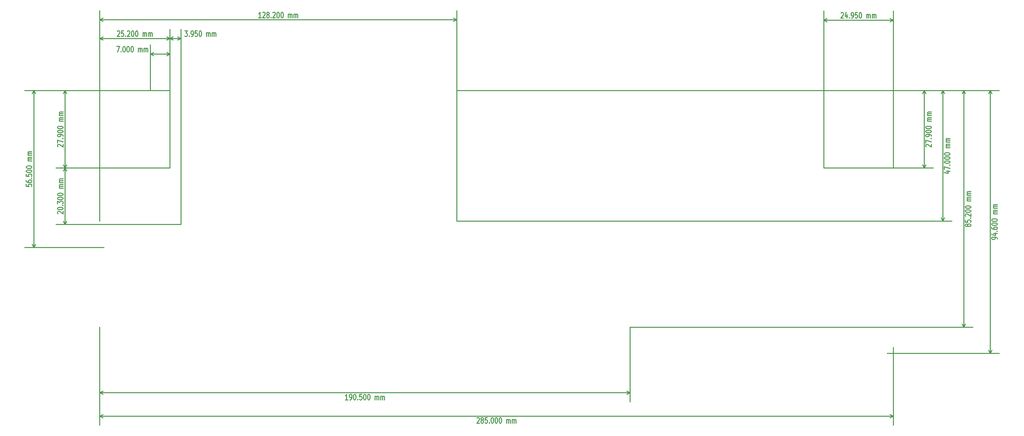
<source format=gbr>
G04 #@! TF.GenerationSoftware,KiCad,Pcbnew,(5.0.2)-1*
G04 #@! TF.CreationDate,2019-02-06T17:14:16+08:00*
G04 #@! TF.ProjectId,keyboard,6b657962-6f61-4726-942e-6b696361645f,B*
G04 #@! TF.SameCoordinates,Original*
G04 #@! TF.FileFunction,Other,Comment*
%FSLAX45Y45*%
G04 Gerber Fmt 4.5, Leading zero omitted, Abs format (unit mm)*
G04 Created by KiCad (PCBNEW (5.0.2)-1) date 2019/2/6 17:14:16*
%MOMM*%
%LPD*%
G01*
G04 APERTURE LIST*
%ADD10C,0.304800*%
G04 APERTURE END LIST*
D10*
X4725516Y-10898371D02*
X4715840Y-10891114D01*
X4706164Y-10876600D01*
X4706164Y-10840314D01*
X4715840Y-10825800D01*
X4725516Y-10818543D01*
X4744869Y-10811286D01*
X4764221Y-10811286D01*
X4793250Y-10818543D01*
X4909364Y-10905629D01*
X4909364Y-10811286D01*
X4706164Y-10716943D02*
X4706164Y-10702429D01*
X4715840Y-10687914D01*
X4725516Y-10680657D01*
X4744869Y-10673400D01*
X4783573Y-10666143D01*
X4831954Y-10666143D01*
X4870659Y-10673400D01*
X4890011Y-10680657D01*
X4899688Y-10687914D01*
X4909364Y-10702429D01*
X4909364Y-10716943D01*
X4899688Y-10731457D01*
X4890011Y-10738714D01*
X4870659Y-10745971D01*
X4831954Y-10753229D01*
X4783573Y-10753229D01*
X4744869Y-10745971D01*
X4725516Y-10738714D01*
X4715840Y-10731457D01*
X4706164Y-10716943D01*
X4890011Y-10600829D02*
X4899688Y-10593571D01*
X4909364Y-10600829D01*
X4899688Y-10608086D01*
X4890011Y-10600829D01*
X4909364Y-10600829D01*
X4706164Y-10542771D02*
X4706164Y-10448429D01*
X4783573Y-10499229D01*
X4783573Y-10477457D01*
X4793250Y-10462943D01*
X4802926Y-10455686D01*
X4822278Y-10448429D01*
X4870659Y-10448429D01*
X4890011Y-10455686D01*
X4899688Y-10462943D01*
X4909364Y-10477457D01*
X4909364Y-10521000D01*
X4899688Y-10535514D01*
X4890011Y-10542771D01*
X4706164Y-10354086D02*
X4706164Y-10339571D01*
X4715840Y-10325057D01*
X4725516Y-10317800D01*
X4744869Y-10310543D01*
X4783573Y-10303286D01*
X4831954Y-10303286D01*
X4870659Y-10310543D01*
X4890011Y-10317800D01*
X4899688Y-10325057D01*
X4909364Y-10339571D01*
X4909364Y-10354086D01*
X4899688Y-10368600D01*
X4890011Y-10375857D01*
X4870659Y-10383114D01*
X4831954Y-10390371D01*
X4783573Y-10390371D01*
X4744869Y-10383114D01*
X4725516Y-10375857D01*
X4715840Y-10368600D01*
X4706164Y-10354086D01*
X4706164Y-10208943D02*
X4706164Y-10194429D01*
X4715840Y-10179914D01*
X4725516Y-10172657D01*
X4744869Y-10165400D01*
X4783573Y-10158143D01*
X4831954Y-10158143D01*
X4870659Y-10165400D01*
X4890011Y-10172657D01*
X4899688Y-10179914D01*
X4909364Y-10194429D01*
X4909364Y-10208943D01*
X4899688Y-10223457D01*
X4890011Y-10230714D01*
X4870659Y-10237971D01*
X4831954Y-10245229D01*
X4783573Y-10245229D01*
X4744869Y-10237971D01*
X4725516Y-10230714D01*
X4715840Y-10223457D01*
X4706164Y-10208943D01*
X4909364Y-9976714D02*
X4773897Y-9976714D01*
X4793250Y-9976714D02*
X4783573Y-9969457D01*
X4773897Y-9954943D01*
X4773897Y-9933171D01*
X4783573Y-9918657D01*
X4802926Y-9911400D01*
X4909364Y-9911400D01*
X4802926Y-9911400D02*
X4783573Y-9904143D01*
X4773897Y-9889629D01*
X4773897Y-9867857D01*
X4783573Y-9853343D01*
X4802926Y-9846086D01*
X4909364Y-9846086D01*
X4909364Y-9773514D02*
X4773897Y-9773514D01*
X4793250Y-9773514D02*
X4783573Y-9766257D01*
X4773897Y-9751743D01*
X4773897Y-9729971D01*
X4783573Y-9715457D01*
X4802926Y-9708200D01*
X4909364Y-9708200D01*
X4802926Y-9708200D02*
X4783573Y-9700943D01*
X4773897Y-9686429D01*
X4773897Y-9664657D01*
X4783573Y-9650143D01*
X4802926Y-9642886D01*
X4909364Y-9642886D01*
X4980000Y-11282000D02*
X4980000Y-9252000D01*
X8749000Y-11282000D02*
X4654880Y-11282000D01*
X8749000Y-9252000D02*
X4654880Y-9252000D01*
X4980000Y-9252000D02*
X5038642Y-9364650D01*
X4980000Y-9252000D02*
X4921358Y-9364650D01*
X4980000Y-11282000D02*
X5038642Y-11169350D01*
X4980000Y-11282000D02*
X4921358Y-11169350D01*
X8749000Y-11282000D02*
X9144000Y-11282000D01*
X9144000Y-9252000D02*
X9144000Y-11282000D01*
X9280443Y-4316164D02*
X9374786Y-4316164D01*
X9323986Y-4393573D01*
X9345757Y-4393573D01*
X9360271Y-4403250D01*
X9367529Y-4412926D01*
X9374786Y-4432278D01*
X9374786Y-4480659D01*
X9367529Y-4500011D01*
X9360271Y-4509688D01*
X9345757Y-4519364D01*
X9302214Y-4519364D01*
X9287700Y-4509688D01*
X9280443Y-4500011D01*
X9440100Y-4500011D02*
X9447357Y-4509688D01*
X9440100Y-4519364D01*
X9432843Y-4509688D01*
X9440100Y-4500011D01*
X9440100Y-4519364D01*
X9519929Y-4519364D02*
X9548957Y-4519364D01*
X9563471Y-4509688D01*
X9570729Y-4500011D01*
X9585243Y-4470983D01*
X9592500Y-4432278D01*
X9592500Y-4354869D01*
X9585243Y-4335516D01*
X9577986Y-4325840D01*
X9563471Y-4316164D01*
X9534443Y-4316164D01*
X9519929Y-4325840D01*
X9512671Y-4335516D01*
X9505414Y-4354869D01*
X9505414Y-4403250D01*
X9512671Y-4422602D01*
X9519929Y-4432278D01*
X9534443Y-4441954D01*
X9563471Y-4441954D01*
X9577986Y-4432278D01*
X9585243Y-4422602D01*
X9592500Y-4403250D01*
X9730386Y-4316164D02*
X9657814Y-4316164D01*
X9650557Y-4412926D01*
X9657814Y-4403250D01*
X9672329Y-4393573D01*
X9708614Y-4393573D01*
X9723129Y-4403250D01*
X9730386Y-4412926D01*
X9737643Y-4432278D01*
X9737643Y-4480659D01*
X9730386Y-4500011D01*
X9723129Y-4509688D01*
X9708614Y-4519364D01*
X9672329Y-4519364D01*
X9657814Y-4509688D01*
X9650557Y-4500011D01*
X9831986Y-4316164D02*
X9846500Y-4316164D01*
X9861014Y-4325840D01*
X9868271Y-4335516D01*
X9875529Y-4354869D01*
X9882786Y-4393573D01*
X9882786Y-4441954D01*
X9875529Y-4480659D01*
X9868271Y-4500011D01*
X9861014Y-4509688D01*
X9846500Y-4519364D01*
X9831986Y-4519364D01*
X9817471Y-4509688D01*
X9810214Y-4500011D01*
X9802957Y-4480659D01*
X9795700Y-4441954D01*
X9795700Y-4393573D01*
X9802957Y-4354869D01*
X9810214Y-4335516D01*
X9817471Y-4325840D01*
X9831986Y-4316164D01*
X10064214Y-4519364D02*
X10064214Y-4383897D01*
X10064214Y-4403250D02*
X10071471Y-4393573D01*
X10085986Y-4383897D01*
X10107757Y-4383897D01*
X10122271Y-4393573D01*
X10129529Y-4412926D01*
X10129529Y-4519364D01*
X10129529Y-4412926D02*
X10136786Y-4393573D01*
X10151300Y-4383897D01*
X10173071Y-4383897D01*
X10187586Y-4393573D01*
X10194843Y-4412926D01*
X10194843Y-4519364D01*
X10267414Y-4519364D02*
X10267414Y-4383897D01*
X10267414Y-4403250D02*
X10274671Y-4393573D01*
X10289186Y-4383897D01*
X10310957Y-4383897D01*
X10325471Y-4393573D01*
X10332729Y-4412926D01*
X10332729Y-4519364D01*
X10332729Y-4412926D02*
X10339986Y-4393573D01*
X10354500Y-4383897D01*
X10376271Y-4383897D01*
X10390786Y-4393573D01*
X10398043Y-4412926D01*
X10398043Y-4519364D01*
X9144000Y-4590000D02*
X8749000Y-4590000D01*
X9144000Y-9252000D02*
X9144000Y-4264880D01*
X8749000Y-9252000D02*
X8749000Y-4264880D01*
X8749000Y-4590000D02*
X8861650Y-4531358D01*
X8749000Y-4590000D02*
X8861650Y-4648642D01*
X9144000Y-4590000D02*
X9031350Y-4531358D01*
X9144000Y-4590000D02*
X9031350Y-4648642D01*
X38464484Y-11808857D02*
X38464484Y-11779828D01*
X38454808Y-11765314D01*
X38445131Y-11758057D01*
X38416103Y-11743543D01*
X38377398Y-11736286D01*
X38299989Y-11736286D01*
X38280636Y-11743543D01*
X38270960Y-11750800D01*
X38261284Y-11765314D01*
X38261284Y-11794343D01*
X38270960Y-11808857D01*
X38280636Y-11816114D01*
X38299989Y-11823371D01*
X38348370Y-11823371D01*
X38367722Y-11816114D01*
X38377398Y-11808857D01*
X38387074Y-11794343D01*
X38387074Y-11765314D01*
X38377398Y-11750800D01*
X38367722Y-11743543D01*
X38348370Y-11736286D01*
X38329017Y-11605657D02*
X38464484Y-11605657D01*
X38251608Y-11641943D02*
X38396750Y-11678228D01*
X38396750Y-11583886D01*
X38445131Y-11525828D02*
X38454808Y-11518571D01*
X38464484Y-11525828D01*
X38454808Y-11533086D01*
X38445131Y-11525828D01*
X38464484Y-11525828D01*
X38261284Y-11387943D02*
X38261284Y-11416971D01*
X38270960Y-11431486D01*
X38280636Y-11438743D01*
X38309665Y-11453257D01*
X38348370Y-11460514D01*
X38425779Y-11460514D01*
X38445131Y-11453257D01*
X38454808Y-11446000D01*
X38464484Y-11431486D01*
X38464484Y-11402457D01*
X38454808Y-11387943D01*
X38445131Y-11380686D01*
X38425779Y-11373428D01*
X38377398Y-11373428D01*
X38358046Y-11380686D01*
X38348370Y-11387943D01*
X38338693Y-11402457D01*
X38338693Y-11431486D01*
X38348370Y-11446000D01*
X38358046Y-11453257D01*
X38377398Y-11460514D01*
X38261284Y-11279086D02*
X38261284Y-11264571D01*
X38270960Y-11250057D01*
X38280636Y-11242800D01*
X38299989Y-11235543D01*
X38338693Y-11228286D01*
X38387074Y-11228286D01*
X38425779Y-11235543D01*
X38445131Y-11242800D01*
X38454808Y-11250057D01*
X38464484Y-11264571D01*
X38464484Y-11279086D01*
X38454808Y-11293600D01*
X38445131Y-11300857D01*
X38425779Y-11308114D01*
X38387074Y-11315371D01*
X38338693Y-11315371D01*
X38299989Y-11308114D01*
X38280636Y-11300857D01*
X38270960Y-11293600D01*
X38261284Y-11279086D01*
X38261284Y-11133943D02*
X38261284Y-11119429D01*
X38270960Y-11104914D01*
X38280636Y-11097657D01*
X38299989Y-11090400D01*
X38338693Y-11083143D01*
X38387074Y-11083143D01*
X38425779Y-11090400D01*
X38445131Y-11097657D01*
X38454808Y-11104914D01*
X38464484Y-11119429D01*
X38464484Y-11133943D01*
X38454808Y-11148457D01*
X38445131Y-11155714D01*
X38425779Y-11162971D01*
X38387074Y-11170229D01*
X38338693Y-11170229D01*
X38299989Y-11162971D01*
X38280636Y-11155714D01*
X38270960Y-11148457D01*
X38261284Y-11133943D01*
X38464484Y-10901714D02*
X38329017Y-10901714D01*
X38348370Y-10901714D02*
X38338693Y-10894457D01*
X38329017Y-10879943D01*
X38329017Y-10858171D01*
X38338693Y-10843657D01*
X38358046Y-10836400D01*
X38464484Y-10836400D01*
X38358046Y-10836400D02*
X38338693Y-10829143D01*
X38329017Y-10814629D01*
X38329017Y-10792857D01*
X38338693Y-10778343D01*
X38358046Y-10771086D01*
X38464484Y-10771086D01*
X38464484Y-10698514D02*
X38329017Y-10698514D01*
X38348370Y-10698514D02*
X38338693Y-10691257D01*
X38329017Y-10676743D01*
X38329017Y-10654971D01*
X38338693Y-10640457D01*
X38358046Y-10633200D01*
X38464484Y-10633200D01*
X38358046Y-10633200D02*
X38338693Y-10625943D01*
X38329017Y-10611429D01*
X38329017Y-10589657D01*
X38338693Y-10575143D01*
X38358046Y-10567886D01*
X38464484Y-10567886D01*
X38210000Y-15922000D02*
X38210000Y-6462000D01*
X34510000Y-15922000D02*
X38535120Y-15922000D01*
X34510000Y-6462000D02*
X38535120Y-6462000D01*
X38210000Y-6462000D02*
X38268642Y-6574650D01*
X38210000Y-6462000D02*
X38151358Y-6574650D01*
X38210000Y-15922000D02*
X38268642Y-15809350D01*
X38210000Y-15922000D02*
X38151358Y-15809350D01*
X19775057Y-18250636D02*
X19782314Y-18240960D01*
X19796829Y-18231284D01*
X19833114Y-18231284D01*
X19847629Y-18240960D01*
X19854886Y-18250636D01*
X19862143Y-18269988D01*
X19862143Y-18289341D01*
X19854886Y-18318369D01*
X19767800Y-18434484D01*
X19862143Y-18434484D01*
X19949229Y-18318369D02*
X19934714Y-18308693D01*
X19927457Y-18299017D01*
X19920200Y-18279665D01*
X19920200Y-18269988D01*
X19927457Y-18250636D01*
X19934714Y-18240960D01*
X19949229Y-18231284D01*
X19978257Y-18231284D01*
X19992771Y-18240960D01*
X20000029Y-18250636D01*
X20007286Y-18269988D01*
X20007286Y-18279665D01*
X20000029Y-18299017D01*
X19992771Y-18308693D01*
X19978257Y-18318369D01*
X19949229Y-18318369D01*
X19934714Y-18328046D01*
X19927457Y-18337722D01*
X19920200Y-18357074D01*
X19920200Y-18395779D01*
X19927457Y-18415131D01*
X19934714Y-18424808D01*
X19949229Y-18434484D01*
X19978257Y-18434484D01*
X19992771Y-18424808D01*
X20000029Y-18415131D01*
X20007286Y-18395779D01*
X20007286Y-18357074D01*
X20000029Y-18337722D01*
X19992771Y-18328046D01*
X19978257Y-18318369D01*
X20145171Y-18231284D02*
X20072600Y-18231284D01*
X20065343Y-18328046D01*
X20072600Y-18318369D01*
X20087114Y-18308693D01*
X20123400Y-18308693D01*
X20137914Y-18318369D01*
X20145171Y-18328046D01*
X20152429Y-18347398D01*
X20152429Y-18395779D01*
X20145171Y-18415131D01*
X20137914Y-18424808D01*
X20123400Y-18434484D01*
X20087114Y-18434484D01*
X20072600Y-18424808D01*
X20065343Y-18415131D01*
X20217743Y-18415131D02*
X20225000Y-18424808D01*
X20217743Y-18434484D01*
X20210486Y-18424808D01*
X20217743Y-18415131D01*
X20217743Y-18434484D01*
X20319343Y-18231284D02*
X20333857Y-18231284D01*
X20348371Y-18240960D01*
X20355629Y-18250636D01*
X20362886Y-18269988D01*
X20370143Y-18308693D01*
X20370143Y-18357074D01*
X20362886Y-18395779D01*
X20355629Y-18415131D01*
X20348371Y-18424808D01*
X20333857Y-18434484D01*
X20319343Y-18434484D01*
X20304829Y-18424808D01*
X20297571Y-18415131D01*
X20290314Y-18395779D01*
X20283057Y-18357074D01*
X20283057Y-18308693D01*
X20290314Y-18269988D01*
X20297571Y-18250636D01*
X20304829Y-18240960D01*
X20319343Y-18231284D01*
X20464486Y-18231284D02*
X20479000Y-18231284D01*
X20493514Y-18240960D01*
X20500771Y-18250636D01*
X20508029Y-18269988D01*
X20515286Y-18308693D01*
X20515286Y-18357074D01*
X20508029Y-18395779D01*
X20500771Y-18415131D01*
X20493514Y-18424808D01*
X20479000Y-18434484D01*
X20464486Y-18434484D01*
X20449971Y-18424808D01*
X20442714Y-18415131D01*
X20435457Y-18395779D01*
X20428200Y-18357074D01*
X20428200Y-18308693D01*
X20435457Y-18269988D01*
X20442714Y-18250636D01*
X20449971Y-18240960D01*
X20464486Y-18231284D01*
X20609629Y-18231284D02*
X20624143Y-18231284D01*
X20638657Y-18240960D01*
X20645914Y-18250636D01*
X20653171Y-18269988D01*
X20660429Y-18308693D01*
X20660429Y-18357074D01*
X20653171Y-18395779D01*
X20645914Y-18415131D01*
X20638657Y-18424808D01*
X20624143Y-18434484D01*
X20609629Y-18434484D01*
X20595114Y-18424808D01*
X20587857Y-18415131D01*
X20580600Y-18395779D01*
X20573343Y-18357074D01*
X20573343Y-18308693D01*
X20580600Y-18269988D01*
X20587857Y-18250636D01*
X20595114Y-18240960D01*
X20609629Y-18231284D01*
X20841857Y-18434484D02*
X20841857Y-18299017D01*
X20841857Y-18318369D02*
X20849114Y-18308693D01*
X20863629Y-18299017D01*
X20885400Y-18299017D01*
X20899914Y-18308693D01*
X20907171Y-18328046D01*
X20907171Y-18434484D01*
X20907171Y-18328046D02*
X20914429Y-18308693D01*
X20928943Y-18299017D01*
X20950714Y-18299017D01*
X20965229Y-18308693D01*
X20972486Y-18328046D01*
X20972486Y-18434484D01*
X21045057Y-18434484D02*
X21045057Y-18299017D01*
X21045057Y-18318369D02*
X21052314Y-18308693D01*
X21066829Y-18299017D01*
X21088600Y-18299017D01*
X21103114Y-18308693D01*
X21110371Y-18328046D01*
X21110371Y-18434484D01*
X21110371Y-18328046D02*
X21117629Y-18308693D01*
X21132143Y-18299017D01*
X21153914Y-18299017D01*
X21168429Y-18308693D01*
X21175686Y-18328046D01*
X21175686Y-18434484D01*
X6229000Y-18180000D02*
X34729000Y-18180000D01*
X6229000Y-15714000D02*
X6229000Y-18505120D01*
X34729000Y-15714000D02*
X34729000Y-18505120D01*
X34729000Y-18180000D02*
X34616350Y-18238642D01*
X34729000Y-18180000D02*
X34616350Y-18121358D01*
X6229000Y-18180000D02*
X6341650Y-18238642D01*
X6229000Y-18180000D02*
X6341650Y-18121358D01*
X6832943Y-4876164D02*
X6934543Y-4876164D01*
X6869228Y-5079364D01*
X6992600Y-5060011D02*
X6999857Y-5069688D01*
X6992600Y-5079364D01*
X6985343Y-5069688D01*
X6992600Y-5060011D01*
X6992600Y-5079364D01*
X7094200Y-4876164D02*
X7108714Y-4876164D01*
X7123228Y-4885840D01*
X7130486Y-4895516D01*
X7137743Y-4914869D01*
X7145000Y-4953573D01*
X7145000Y-5001954D01*
X7137743Y-5040659D01*
X7130486Y-5060011D01*
X7123228Y-5069688D01*
X7108714Y-5079364D01*
X7094200Y-5079364D01*
X7079686Y-5069688D01*
X7072428Y-5060011D01*
X7065171Y-5040659D01*
X7057914Y-5001954D01*
X7057914Y-4953573D01*
X7065171Y-4914869D01*
X7072428Y-4895516D01*
X7079686Y-4885840D01*
X7094200Y-4876164D01*
X7239343Y-4876164D02*
X7253857Y-4876164D01*
X7268371Y-4885840D01*
X7275628Y-4895516D01*
X7282886Y-4914869D01*
X7290143Y-4953573D01*
X7290143Y-5001954D01*
X7282886Y-5040659D01*
X7275628Y-5060011D01*
X7268371Y-5069688D01*
X7253857Y-5079364D01*
X7239343Y-5079364D01*
X7224828Y-5069688D01*
X7217571Y-5060011D01*
X7210314Y-5040659D01*
X7203057Y-5001954D01*
X7203057Y-4953573D01*
X7210314Y-4914869D01*
X7217571Y-4895516D01*
X7224828Y-4885840D01*
X7239343Y-4876164D01*
X7384486Y-4876164D02*
X7399000Y-4876164D01*
X7413514Y-4885840D01*
X7420771Y-4895516D01*
X7428028Y-4914869D01*
X7435286Y-4953573D01*
X7435286Y-5001954D01*
X7428028Y-5040659D01*
X7420771Y-5060011D01*
X7413514Y-5069688D01*
X7399000Y-5079364D01*
X7384486Y-5079364D01*
X7369971Y-5069688D01*
X7362714Y-5060011D01*
X7355457Y-5040659D01*
X7348200Y-5001954D01*
X7348200Y-4953573D01*
X7355457Y-4914869D01*
X7362714Y-4895516D01*
X7369971Y-4885840D01*
X7384486Y-4876164D01*
X7616714Y-5079364D02*
X7616714Y-4943897D01*
X7616714Y-4963250D02*
X7623971Y-4953573D01*
X7638486Y-4943897D01*
X7660257Y-4943897D01*
X7674771Y-4953573D01*
X7682028Y-4972926D01*
X7682028Y-5079364D01*
X7682028Y-4972926D02*
X7689286Y-4953573D01*
X7703800Y-4943897D01*
X7725571Y-4943897D01*
X7740086Y-4953573D01*
X7747343Y-4972926D01*
X7747343Y-5079364D01*
X7819914Y-5079364D02*
X7819914Y-4943897D01*
X7819914Y-4963250D02*
X7827171Y-4953573D01*
X7841686Y-4943897D01*
X7863457Y-4943897D01*
X7877971Y-4953573D01*
X7885228Y-4972926D01*
X7885228Y-5079364D01*
X7885228Y-4972926D02*
X7892486Y-4953573D01*
X7907000Y-4943897D01*
X7928771Y-4943897D01*
X7943286Y-4953573D01*
X7950543Y-4972926D01*
X7950543Y-5079364D01*
X8749000Y-5150000D02*
X8049000Y-5150000D01*
X8749000Y-6462000D02*
X8749000Y-4824880D01*
X8049000Y-6462000D02*
X8049000Y-4824880D01*
X8049000Y-5150000D02*
X8161650Y-5091358D01*
X8049000Y-5150000D02*
X8161650Y-5208642D01*
X8749000Y-5150000D02*
X8636350Y-5091358D01*
X8749000Y-5150000D02*
X8636350Y-5208642D01*
X6857628Y-4335516D02*
X6864886Y-4325840D01*
X6879400Y-4316164D01*
X6915686Y-4316164D01*
X6930200Y-4325840D01*
X6937457Y-4335516D01*
X6944714Y-4354869D01*
X6944714Y-4374221D01*
X6937457Y-4403250D01*
X6850371Y-4519364D01*
X6944714Y-4519364D01*
X7082600Y-4316164D02*
X7010028Y-4316164D01*
X7002771Y-4412926D01*
X7010028Y-4403250D01*
X7024543Y-4393573D01*
X7060828Y-4393573D01*
X7075343Y-4403250D01*
X7082600Y-4412926D01*
X7089857Y-4432278D01*
X7089857Y-4480659D01*
X7082600Y-4500011D01*
X7075343Y-4509688D01*
X7060828Y-4519364D01*
X7024543Y-4519364D01*
X7010028Y-4509688D01*
X7002771Y-4500011D01*
X7155171Y-4500011D02*
X7162428Y-4509688D01*
X7155171Y-4519364D01*
X7147914Y-4509688D01*
X7155171Y-4500011D01*
X7155171Y-4519364D01*
X7220486Y-4335516D02*
X7227743Y-4325840D01*
X7242257Y-4316164D01*
X7278543Y-4316164D01*
X7293057Y-4325840D01*
X7300314Y-4335516D01*
X7307571Y-4354869D01*
X7307571Y-4374221D01*
X7300314Y-4403250D01*
X7213228Y-4519364D01*
X7307571Y-4519364D01*
X7401914Y-4316164D02*
X7416428Y-4316164D01*
X7430943Y-4325840D01*
X7438200Y-4335516D01*
X7445457Y-4354869D01*
X7452714Y-4393573D01*
X7452714Y-4441954D01*
X7445457Y-4480659D01*
X7438200Y-4500011D01*
X7430943Y-4509688D01*
X7416428Y-4519364D01*
X7401914Y-4519364D01*
X7387400Y-4509688D01*
X7380143Y-4500011D01*
X7372886Y-4480659D01*
X7365628Y-4441954D01*
X7365628Y-4393573D01*
X7372886Y-4354869D01*
X7380143Y-4335516D01*
X7387400Y-4325840D01*
X7401914Y-4316164D01*
X7547057Y-4316164D02*
X7561571Y-4316164D01*
X7576086Y-4325840D01*
X7583343Y-4335516D01*
X7590600Y-4354869D01*
X7597857Y-4393573D01*
X7597857Y-4441954D01*
X7590600Y-4480659D01*
X7583343Y-4500011D01*
X7576086Y-4509688D01*
X7561571Y-4519364D01*
X7547057Y-4519364D01*
X7532543Y-4509688D01*
X7525286Y-4500011D01*
X7518028Y-4480659D01*
X7510771Y-4441954D01*
X7510771Y-4393573D01*
X7518028Y-4354869D01*
X7525286Y-4335516D01*
X7532543Y-4325840D01*
X7547057Y-4316164D01*
X7779286Y-4519364D02*
X7779286Y-4383897D01*
X7779286Y-4403250D02*
X7786543Y-4393573D01*
X7801057Y-4383897D01*
X7822828Y-4383897D01*
X7837343Y-4393573D01*
X7844600Y-4412926D01*
X7844600Y-4519364D01*
X7844600Y-4412926D02*
X7851857Y-4393573D01*
X7866371Y-4383897D01*
X7888143Y-4383897D01*
X7902657Y-4393573D01*
X7909914Y-4412926D01*
X7909914Y-4519364D01*
X7982486Y-4519364D02*
X7982486Y-4383897D01*
X7982486Y-4403250D02*
X7989743Y-4393573D01*
X8004257Y-4383897D01*
X8026028Y-4383897D01*
X8040543Y-4393573D01*
X8047800Y-4412926D01*
X8047800Y-4519364D01*
X8047800Y-4412926D02*
X8055057Y-4393573D01*
X8069571Y-4383897D01*
X8091343Y-4383897D01*
X8105857Y-4393573D01*
X8113114Y-4412926D01*
X8113114Y-4519364D01*
X8749000Y-4590000D02*
X6229000Y-4590000D01*
X8749000Y-9252000D02*
X8749000Y-4264880D01*
X6229000Y-9252000D02*
X6229000Y-4264880D01*
X6229000Y-4590000D02*
X6341650Y-4531358D01*
X6229000Y-4590000D02*
X6341650Y-4648642D01*
X8749000Y-4590000D02*
X8636350Y-4531358D01*
X8749000Y-4590000D02*
X8636350Y-4648642D01*
X12022143Y-3849364D02*
X11935057Y-3849364D01*
X11978600Y-3849364D02*
X11978600Y-3646164D01*
X11964086Y-3675192D01*
X11949571Y-3694545D01*
X11935057Y-3704221D01*
X12080200Y-3665516D02*
X12087457Y-3655840D01*
X12101971Y-3646164D01*
X12138257Y-3646164D01*
X12152771Y-3655840D01*
X12160028Y-3665516D01*
X12167286Y-3684869D01*
X12167286Y-3704221D01*
X12160028Y-3733250D01*
X12072943Y-3849364D01*
X12167286Y-3849364D01*
X12254371Y-3733250D02*
X12239857Y-3723573D01*
X12232600Y-3713897D01*
X12225343Y-3694545D01*
X12225343Y-3684869D01*
X12232600Y-3665516D01*
X12239857Y-3655840D01*
X12254371Y-3646164D01*
X12283400Y-3646164D01*
X12297914Y-3655840D01*
X12305171Y-3665516D01*
X12312428Y-3684869D01*
X12312428Y-3694545D01*
X12305171Y-3713897D01*
X12297914Y-3723573D01*
X12283400Y-3733250D01*
X12254371Y-3733250D01*
X12239857Y-3742926D01*
X12232600Y-3752602D01*
X12225343Y-3771954D01*
X12225343Y-3810659D01*
X12232600Y-3830011D01*
X12239857Y-3839688D01*
X12254371Y-3849364D01*
X12283400Y-3849364D01*
X12297914Y-3839688D01*
X12305171Y-3830011D01*
X12312428Y-3810659D01*
X12312428Y-3771954D01*
X12305171Y-3752602D01*
X12297914Y-3742926D01*
X12283400Y-3733250D01*
X12377743Y-3830011D02*
X12385000Y-3839688D01*
X12377743Y-3849364D01*
X12370486Y-3839688D01*
X12377743Y-3830011D01*
X12377743Y-3849364D01*
X12443057Y-3665516D02*
X12450314Y-3655840D01*
X12464828Y-3646164D01*
X12501114Y-3646164D01*
X12515628Y-3655840D01*
X12522886Y-3665516D01*
X12530143Y-3684869D01*
X12530143Y-3704221D01*
X12522886Y-3733250D01*
X12435800Y-3849364D01*
X12530143Y-3849364D01*
X12624486Y-3646164D02*
X12639000Y-3646164D01*
X12653514Y-3655840D01*
X12660771Y-3665516D01*
X12668028Y-3684869D01*
X12675286Y-3723573D01*
X12675286Y-3771954D01*
X12668028Y-3810659D01*
X12660771Y-3830011D01*
X12653514Y-3839688D01*
X12639000Y-3849364D01*
X12624486Y-3849364D01*
X12609971Y-3839688D01*
X12602714Y-3830011D01*
X12595457Y-3810659D01*
X12588200Y-3771954D01*
X12588200Y-3723573D01*
X12595457Y-3684869D01*
X12602714Y-3665516D01*
X12609971Y-3655840D01*
X12624486Y-3646164D01*
X12769628Y-3646164D02*
X12784143Y-3646164D01*
X12798657Y-3655840D01*
X12805914Y-3665516D01*
X12813171Y-3684869D01*
X12820428Y-3723573D01*
X12820428Y-3771954D01*
X12813171Y-3810659D01*
X12805914Y-3830011D01*
X12798657Y-3839688D01*
X12784143Y-3849364D01*
X12769628Y-3849364D01*
X12755114Y-3839688D01*
X12747857Y-3830011D01*
X12740600Y-3810659D01*
X12733343Y-3771954D01*
X12733343Y-3723573D01*
X12740600Y-3684869D01*
X12747857Y-3665516D01*
X12755114Y-3655840D01*
X12769628Y-3646164D01*
X13001857Y-3849364D02*
X13001857Y-3713897D01*
X13001857Y-3733250D02*
X13009114Y-3723573D01*
X13023628Y-3713897D01*
X13045400Y-3713897D01*
X13059914Y-3723573D01*
X13067171Y-3742926D01*
X13067171Y-3849364D01*
X13067171Y-3742926D02*
X13074428Y-3723573D01*
X13088943Y-3713897D01*
X13110714Y-3713897D01*
X13125228Y-3723573D01*
X13132486Y-3742926D01*
X13132486Y-3849364D01*
X13205057Y-3849364D02*
X13205057Y-3713897D01*
X13205057Y-3733250D02*
X13212314Y-3723573D01*
X13226828Y-3713897D01*
X13248600Y-3713897D01*
X13263114Y-3723573D01*
X13270371Y-3742926D01*
X13270371Y-3849364D01*
X13270371Y-3742926D02*
X13277628Y-3723573D01*
X13292143Y-3713897D01*
X13313914Y-3713897D01*
X13328428Y-3723573D01*
X13335686Y-3742926D01*
X13335686Y-3849364D01*
X19049000Y-3920000D02*
X6229000Y-3920000D01*
X19049000Y-11162000D02*
X19049000Y-3594880D01*
X6229000Y-11162000D02*
X6229000Y-3594880D01*
X6229000Y-3920000D02*
X6341650Y-3861358D01*
X6229000Y-3920000D02*
X6341650Y-3978642D01*
X19049000Y-3920000D02*
X18936350Y-3861358D01*
X19049000Y-3920000D02*
X18936350Y-3978642D01*
X36629017Y-9370800D02*
X36764484Y-9370800D01*
X36551608Y-9407086D02*
X36696750Y-9443371D01*
X36696750Y-9349029D01*
X36561284Y-9305486D02*
X36561284Y-9203886D01*
X36764484Y-9269200D01*
X36745131Y-9145829D02*
X36754808Y-9138571D01*
X36764484Y-9145829D01*
X36754808Y-9153086D01*
X36745131Y-9145829D01*
X36764484Y-9145829D01*
X36561284Y-9044229D02*
X36561284Y-9029714D01*
X36570960Y-9015200D01*
X36580636Y-9007943D01*
X36599989Y-9000686D01*
X36638693Y-8993429D01*
X36687074Y-8993429D01*
X36725779Y-9000686D01*
X36745131Y-9007943D01*
X36754808Y-9015200D01*
X36764484Y-9029714D01*
X36764484Y-9044229D01*
X36754808Y-9058743D01*
X36745131Y-9066000D01*
X36725779Y-9073257D01*
X36687074Y-9080514D01*
X36638693Y-9080514D01*
X36599989Y-9073257D01*
X36580636Y-9066000D01*
X36570960Y-9058743D01*
X36561284Y-9044229D01*
X36561284Y-8899086D02*
X36561284Y-8884571D01*
X36570960Y-8870057D01*
X36580636Y-8862800D01*
X36599989Y-8855543D01*
X36638693Y-8848286D01*
X36687074Y-8848286D01*
X36725779Y-8855543D01*
X36745131Y-8862800D01*
X36754808Y-8870057D01*
X36764484Y-8884571D01*
X36764484Y-8899086D01*
X36754808Y-8913600D01*
X36745131Y-8920857D01*
X36725779Y-8928114D01*
X36687074Y-8935371D01*
X36638693Y-8935371D01*
X36599989Y-8928114D01*
X36580636Y-8920857D01*
X36570960Y-8913600D01*
X36561284Y-8899086D01*
X36561284Y-8753943D02*
X36561284Y-8739429D01*
X36570960Y-8724914D01*
X36580636Y-8717657D01*
X36599989Y-8710400D01*
X36638693Y-8703143D01*
X36687074Y-8703143D01*
X36725779Y-8710400D01*
X36745131Y-8717657D01*
X36754808Y-8724914D01*
X36764484Y-8739429D01*
X36764484Y-8753943D01*
X36754808Y-8768457D01*
X36745131Y-8775714D01*
X36725779Y-8782971D01*
X36687074Y-8790229D01*
X36638693Y-8790229D01*
X36599989Y-8782971D01*
X36580636Y-8775714D01*
X36570960Y-8768457D01*
X36561284Y-8753943D01*
X36764484Y-8521714D02*
X36629017Y-8521714D01*
X36648370Y-8521714D02*
X36638693Y-8514457D01*
X36629017Y-8499943D01*
X36629017Y-8478171D01*
X36638693Y-8463657D01*
X36658046Y-8456400D01*
X36764484Y-8456400D01*
X36658046Y-8456400D02*
X36638693Y-8449143D01*
X36629017Y-8434629D01*
X36629017Y-8412857D01*
X36638693Y-8398343D01*
X36658046Y-8391086D01*
X36764484Y-8391086D01*
X36764484Y-8318514D02*
X36629017Y-8318514D01*
X36648370Y-8318514D02*
X36638693Y-8311257D01*
X36629017Y-8296743D01*
X36629017Y-8274971D01*
X36638693Y-8260457D01*
X36658046Y-8253200D01*
X36764484Y-8253200D01*
X36658046Y-8253200D02*
X36638693Y-8245943D01*
X36629017Y-8231428D01*
X36629017Y-8209657D01*
X36638693Y-8195143D01*
X36658046Y-8187886D01*
X36764484Y-8187886D01*
X36510000Y-11162000D02*
X36510000Y-6462000D01*
X19051000Y-11162000D02*
X36835120Y-11162000D01*
X19051000Y-6462000D02*
X36835120Y-6462000D01*
X36510000Y-6462000D02*
X36568642Y-6574650D01*
X36510000Y-6462000D02*
X36451358Y-6574650D01*
X36510000Y-11162000D02*
X36568642Y-11049350D01*
X36510000Y-11162000D02*
X36451358Y-11049350D01*
X15137143Y-17594484D02*
X15050057Y-17594484D01*
X15093600Y-17594484D02*
X15093600Y-17391284D01*
X15079086Y-17420312D01*
X15064571Y-17439665D01*
X15050057Y-17449341D01*
X15209714Y-17594484D02*
X15238743Y-17594484D01*
X15253257Y-17584808D01*
X15260514Y-17575131D01*
X15275028Y-17546103D01*
X15282286Y-17507398D01*
X15282286Y-17429989D01*
X15275028Y-17410636D01*
X15267771Y-17400960D01*
X15253257Y-17391284D01*
X15224228Y-17391284D01*
X15209714Y-17400960D01*
X15202457Y-17410636D01*
X15195200Y-17429989D01*
X15195200Y-17478370D01*
X15202457Y-17497722D01*
X15209714Y-17507398D01*
X15224228Y-17517074D01*
X15253257Y-17517074D01*
X15267771Y-17507398D01*
X15275028Y-17497722D01*
X15282286Y-17478370D01*
X15376628Y-17391284D02*
X15391143Y-17391284D01*
X15405657Y-17400960D01*
X15412914Y-17410636D01*
X15420171Y-17429989D01*
X15427428Y-17468693D01*
X15427428Y-17517074D01*
X15420171Y-17555779D01*
X15412914Y-17575131D01*
X15405657Y-17584808D01*
X15391143Y-17594484D01*
X15376628Y-17594484D01*
X15362114Y-17584808D01*
X15354857Y-17575131D01*
X15347600Y-17555779D01*
X15340343Y-17517074D01*
X15340343Y-17468693D01*
X15347600Y-17429989D01*
X15354857Y-17410636D01*
X15362114Y-17400960D01*
X15376628Y-17391284D01*
X15492743Y-17575131D02*
X15500000Y-17584808D01*
X15492743Y-17594484D01*
X15485486Y-17584808D01*
X15492743Y-17575131D01*
X15492743Y-17594484D01*
X15637886Y-17391284D02*
X15565314Y-17391284D01*
X15558057Y-17488046D01*
X15565314Y-17478370D01*
X15579828Y-17468693D01*
X15616114Y-17468693D01*
X15630628Y-17478370D01*
X15637886Y-17488046D01*
X15645143Y-17507398D01*
X15645143Y-17555779D01*
X15637886Y-17575131D01*
X15630628Y-17584808D01*
X15616114Y-17594484D01*
X15579828Y-17594484D01*
X15565314Y-17584808D01*
X15558057Y-17575131D01*
X15739486Y-17391284D02*
X15754000Y-17391284D01*
X15768514Y-17400960D01*
X15775771Y-17410636D01*
X15783028Y-17429989D01*
X15790286Y-17468693D01*
X15790286Y-17517074D01*
X15783028Y-17555779D01*
X15775771Y-17575131D01*
X15768514Y-17584808D01*
X15754000Y-17594484D01*
X15739486Y-17594484D01*
X15724971Y-17584808D01*
X15717714Y-17575131D01*
X15710457Y-17555779D01*
X15703200Y-17517074D01*
X15703200Y-17468693D01*
X15710457Y-17429989D01*
X15717714Y-17410636D01*
X15724971Y-17400960D01*
X15739486Y-17391284D01*
X15884628Y-17391284D02*
X15899143Y-17391284D01*
X15913657Y-17400960D01*
X15920914Y-17410636D01*
X15928171Y-17429989D01*
X15935428Y-17468693D01*
X15935428Y-17517074D01*
X15928171Y-17555779D01*
X15920914Y-17575131D01*
X15913657Y-17584808D01*
X15899143Y-17594484D01*
X15884628Y-17594484D01*
X15870114Y-17584808D01*
X15862857Y-17575131D01*
X15855600Y-17555779D01*
X15848343Y-17517074D01*
X15848343Y-17468693D01*
X15855600Y-17429989D01*
X15862857Y-17410636D01*
X15870114Y-17400960D01*
X15884628Y-17391284D01*
X16116857Y-17594484D02*
X16116857Y-17459017D01*
X16116857Y-17478370D02*
X16124114Y-17468693D01*
X16138628Y-17459017D01*
X16160400Y-17459017D01*
X16174914Y-17468693D01*
X16182171Y-17488046D01*
X16182171Y-17594484D01*
X16182171Y-17488046D02*
X16189428Y-17468693D01*
X16203943Y-17459017D01*
X16225714Y-17459017D01*
X16240228Y-17468693D01*
X16247486Y-17488046D01*
X16247486Y-17594484D01*
X16320057Y-17594484D02*
X16320057Y-17459017D01*
X16320057Y-17478370D02*
X16327314Y-17468693D01*
X16341828Y-17459017D01*
X16363600Y-17459017D01*
X16378114Y-17468693D01*
X16385371Y-17488046D01*
X16385371Y-17594484D01*
X16385371Y-17488046D02*
X16392628Y-17468693D01*
X16407143Y-17459017D01*
X16428914Y-17459017D01*
X16443428Y-17468693D01*
X16450686Y-17488046D01*
X16450686Y-17594484D01*
X25279000Y-17340000D02*
X6229000Y-17340000D01*
X25279000Y-14982000D02*
X25279000Y-17665120D01*
X6229000Y-14982000D02*
X6229000Y-17665120D01*
X6229000Y-17340000D02*
X6341650Y-17281358D01*
X6229000Y-17340000D02*
X6341650Y-17398642D01*
X25279000Y-17340000D02*
X25166350Y-17281358D01*
X25279000Y-17340000D02*
X25166350Y-17398642D01*
X3586164Y-9838543D02*
X3586164Y-9911114D01*
X3682926Y-9918371D01*
X3673249Y-9911114D01*
X3663573Y-9896600D01*
X3663573Y-9860314D01*
X3673249Y-9845800D01*
X3682926Y-9838543D01*
X3702278Y-9831286D01*
X3750659Y-9831286D01*
X3770011Y-9838543D01*
X3779688Y-9845800D01*
X3789364Y-9860314D01*
X3789364Y-9896600D01*
X3779688Y-9911114D01*
X3770011Y-9918371D01*
X3586164Y-9700657D02*
X3586164Y-9729686D01*
X3595840Y-9744200D01*
X3605516Y-9751457D01*
X3634545Y-9765971D01*
X3673249Y-9773229D01*
X3750659Y-9773229D01*
X3770011Y-9765971D01*
X3779688Y-9758714D01*
X3789364Y-9744200D01*
X3789364Y-9715171D01*
X3779688Y-9700657D01*
X3770011Y-9693400D01*
X3750659Y-9686143D01*
X3702278Y-9686143D01*
X3682926Y-9693400D01*
X3673249Y-9700657D01*
X3663573Y-9715171D01*
X3663573Y-9744200D01*
X3673249Y-9758714D01*
X3682926Y-9765971D01*
X3702278Y-9773229D01*
X3770011Y-9620829D02*
X3779688Y-9613571D01*
X3789364Y-9620829D01*
X3779688Y-9628086D01*
X3770011Y-9620829D01*
X3789364Y-9620829D01*
X3586164Y-9475686D02*
X3586164Y-9548257D01*
X3682926Y-9555514D01*
X3673249Y-9548257D01*
X3663573Y-9533743D01*
X3663573Y-9497457D01*
X3673249Y-9482943D01*
X3682926Y-9475686D01*
X3702278Y-9468429D01*
X3750659Y-9468429D01*
X3770011Y-9475686D01*
X3779688Y-9482943D01*
X3789364Y-9497457D01*
X3789364Y-9533743D01*
X3779688Y-9548257D01*
X3770011Y-9555514D01*
X3586164Y-9374086D02*
X3586164Y-9359571D01*
X3595840Y-9345057D01*
X3605516Y-9337800D01*
X3624868Y-9330543D01*
X3663573Y-9323286D01*
X3711954Y-9323286D01*
X3750659Y-9330543D01*
X3770011Y-9337800D01*
X3779688Y-9345057D01*
X3789364Y-9359571D01*
X3789364Y-9374086D01*
X3779688Y-9388600D01*
X3770011Y-9395857D01*
X3750659Y-9403114D01*
X3711954Y-9410371D01*
X3663573Y-9410371D01*
X3624868Y-9403114D01*
X3605516Y-9395857D01*
X3595840Y-9388600D01*
X3586164Y-9374086D01*
X3586164Y-9228943D02*
X3586164Y-9214429D01*
X3595840Y-9199914D01*
X3605516Y-9192657D01*
X3624868Y-9185400D01*
X3663573Y-9178143D01*
X3711954Y-9178143D01*
X3750659Y-9185400D01*
X3770011Y-9192657D01*
X3779688Y-9199914D01*
X3789364Y-9214429D01*
X3789364Y-9228943D01*
X3779688Y-9243457D01*
X3770011Y-9250714D01*
X3750659Y-9257971D01*
X3711954Y-9265229D01*
X3663573Y-9265229D01*
X3624868Y-9257971D01*
X3605516Y-9250714D01*
X3595840Y-9243457D01*
X3586164Y-9228943D01*
X3789364Y-8996714D02*
X3653897Y-8996714D01*
X3673249Y-8996714D02*
X3663573Y-8989457D01*
X3653897Y-8974943D01*
X3653897Y-8953171D01*
X3663573Y-8938657D01*
X3682926Y-8931400D01*
X3789364Y-8931400D01*
X3682926Y-8931400D02*
X3663573Y-8924143D01*
X3653897Y-8909629D01*
X3653897Y-8887857D01*
X3663573Y-8873343D01*
X3682926Y-8866086D01*
X3789364Y-8866086D01*
X3789364Y-8793514D02*
X3653897Y-8793514D01*
X3673249Y-8793514D02*
X3663573Y-8786257D01*
X3653897Y-8771743D01*
X3653897Y-8749971D01*
X3663573Y-8735457D01*
X3682926Y-8728200D01*
X3789364Y-8728200D01*
X3682926Y-8728200D02*
X3663573Y-8720943D01*
X3653897Y-8706429D01*
X3653897Y-8684657D01*
X3663573Y-8670143D01*
X3682926Y-8662886D01*
X3789364Y-8662886D01*
X3860000Y-12112000D02*
X3860000Y-6462000D01*
X6375000Y-12112000D02*
X3534880Y-12112000D01*
X6375000Y-6462000D02*
X3534880Y-6462000D01*
X3860000Y-6462000D02*
X3918642Y-6574650D01*
X3860000Y-6462000D02*
X3801358Y-6574650D01*
X3860000Y-12112000D02*
X3918642Y-11999350D01*
X3860000Y-12112000D02*
X3801358Y-11999350D01*
X32850128Y-3675516D02*
X32857386Y-3665840D01*
X32871900Y-3656164D01*
X32908186Y-3656164D01*
X32922700Y-3665840D01*
X32929957Y-3675516D01*
X32937214Y-3694869D01*
X32937214Y-3714221D01*
X32929957Y-3743250D01*
X32842871Y-3859364D01*
X32937214Y-3859364D01*
X33067843Y-3723897D02*
X33067843Y-3859364D01*
X33031557Y-3646488D02*
X32995271Y-3791630D01*
X33089614Y-3791630D01*
X33147671Y-3840011D02*
X33154928Y-3849688D01*
X33147671Y-3859364D01*
X33140414Y-3849688D01*
X33147671Y-3840011D01*
X33147671Y-3859364D01*
X33227500Y-3859364D02*
X33256528Y-3859364D01*
X33271043Y-3849688D01*
X33278300Y-3840011D01*
X33292814Y-3810983D01*
X33300071Y-3772278D01*
X33300071Y-3694869D01*
X33292814Y-3675516D01*
X33285557Y-3665840D01*
X33271043Y-3656164D01*
X33242014Y-3656164D01*
X33227500Y-3665840D01*
X33220243Y-3675516D01*
X33212986Y-3694869D01*
X33212986Y-3743250D01*
X33220243Y-3762602D01*
X33227500Y-3772278D01*
X33242014Y-3781954D01*
X33271043Y-3781954D01*
X33285557Y-3772278D01*
X33292814Y-3762602D01*
X33300071Y-3743250D01*
X33437957Y-3656164D02*
X33365386Y-3656164D01*
X33358128Y-3752926D01*
X33365386Y-3743250D01*
X33379900Y-3733573D01*
X33416186Y-3733573D01*
X33430700Y-3743250D01*
X33437957Y-3752926D01*
X33445214Y-3772278D01*
X33445214Y-3820659D01*
X33437957Y-3840011D01*
X33430700Y-3849688D01*
X33416186Y-3859364D01*
X33379900Y-3859364D01*
X33365386Y-3849688D01*
X33358128Y-3840011D01*
X33539557Y-3656164D02*
X33554071Y-3656164D01*
X33568586Y-3665840D01*
X33575843Y-3675516D01*
X33583100Y-3694869D01*
X33590357Y-3733573D01*
X33590357Y-3781954D01*
X33583100Y-3820659D01*
X33575843Y-3840011D01*
X33568586Y-3849688D01*
X33554071Y-3859364D01*
X33539557Y-3859364D01*
X33525043Y-3849688D01*
X33517786Y-3840011D01*
X33510528Y-3820659D01*
X33503271Y-3781954D01*
X33503271Y-3733573D01*
X33510528Y-3694869D01*
X33517786Y-3675516D01*
X33525043Y-3665840D01*
X33539557Y-3656164D01*
X33771786Y-3859364D02*
X33771786Y-3723897D01*
X33771786Y-3743250D02*
X33779043Y-3733573D01*
X33793557Y-3723897D01*
X33815329Y-3723897D01*
X33829843Y-3733573D01*
X33837100Y-3752926D01*
X33837100Y-3859364D01*
X33837100Y-3752926D02*
X33844357Y-3733573D01*
X33858871Y-3723897D01*
X33880643Y-3723897D01*
X33895157Y-3733573D01*
X33902414Y-3752926D01*
X33902414Y-3859364D01*
X33974986Y-3859364D02*
X33974986Y-3723897D01*
X33974986Y-3743250D02*
X33982243Y-3733573D01*
X33996757Y-3723897D01*
X34018529Y-3723897D01*
X34033043Y-3733573D01*
X34040300Y-3752926D01*
X34040300Y-3859364D01*
X34040300Y-3752926D02*
X34047557Y-3733573D01*
X34062071Y-3723897D01*
X34083843Y-3723897D01*
X34098357Y-3733573D01*
X34105614Y-3752926D01*
X34105614Y-3859364D01*
X32234000Y-3930000D02*
X34729000Y-3930000D01*
X32234000Y-9252000D02*
X32234000Y-3604880D01*
X34729000Y-9252000D02*
X34729000Y-3604880D01*
X34729000Y-3930000D02*
X34616350Y-3988642D01*
X34729000Y-3930000D02*
X34616350Y-3871358D01*
X32234000Y-3930000D02*
X32346650Y-3988642D01*
X32234000Y-3930000D02*
X32346650Y-3871358D01*
X35910636Y-8488371D02*
X35900960Y-8481114D01*
X35891284Y-8466600D01*
X35891284Y-8430314D01*
X35900960Y-8415800D01*
X35910636Y-8408543D01*
X35929989Y-8401286D01*
X35949341Y-8401286D01*
X35978370Y-8408543D01*
X36094484Y-8495629D01*
X36094484Y-8401286D01*
X35891284Y-8350486D02*
X35891284Y-8248886D01*
X36094484Y-8314200D01*
X36075131Y-8190828D02*
X36084808Y-8183571D01*
X36094484Y-8190828D01*
X36084808Y-8198086D01*
X36075131Y-8190828D01*
X36094484Y-8190828D01*
X36094484Y-8111000D02*
X36094484Y-8081971D01*
X36084808Y-8067457D01*
X36075131Y-8060200D01*
X36046103Y-8045686D01*
X36007398Y-8038428D01*
X35929989Y-8038428D01*
X35910636Y-8045686D01*
X35900960Y-8052943D01*
X35891284Y-8067457D01*
X35891284Y-8096486D01*
X35900960Y-8111000D01*
X35910636Y-8118257D01*
X35929989Y-8125514D01*
X35978370Y-8125514D01*
X35997722Y-8118257D01*
X36007398Y-8111000D01*
X36017074Y-8096486D01*
X36017074Y-8067457D01*
X36007398Y-8052943D01*
X35997722Y-8045686D01*
X35978370Y-8038428D01*
X35891284Y-7944086D02*
X35891284Y-7929571D01*
X35900960Y-7915057D01*
X35910636Y-7907800D01*
X35929989Y-7900543D01*
X35968693Y-7893286D01*
X36017074Y-7893286D01*
X36055779Y-7900543D01*
X36075131Y-7907800D01*
X36084808Y-7915057D01*
X36094484Y-7929571D01*
X36094484Y-7944086D01*
X36084808Y-7958600D01*
X36075131Y-7965857D01*
X36055779Y-7973114D01*
X36017074Y-7980371D01*
X35968693Y-7980371D01*
X35929989Y-7973114D01*
X35910636Y-7965857D01*
X35900960Y-7958600D01*
X35891284Y-7944086D01*
X35891284Y-7798943D02*
X35891284Y-7784428D01*
X35900960Y-7769914D01*
X35910636Y-7762657D01*
X35929989Y-7755400D01*
X35968693Y-7748143D01*
X36017074Y-7748143D01*
X36055779Y-7755400D01*
X36075131Y-7762657D01*
X36084808Y-7769914D01*
X36094484Y-7784428D01*
X36094484Y-7798943D01*
X36084808Y-7813457D01*
X36075131Y-7820714D01*
X36055779Y-7827971D01*
X36017074Y-7835228D01*
X35968693Y-7835228D01*
X35929989Y-7827971D01*
X35910636Y-7820714D01*
X35900960Y-7813457D01*
X35891284Y-7798943D01*
X36094484Y-7566714D02*
X35959017Y-7566714D01*
X35978370Y-7566714D02*
X35968693Y-7559457D01*
X35959017Y-7544943D01*
X35959017Y-7523171D01*
X35968693Y-7508657D01*
X35988046Y-7501400D01*
X36094484Y-7501400D01*
X35988046Y-7501400D02*
X35968693Y-7494143D01*
X35959017Y-7479628D01*
X35959017Y-7457857D01*
X35968693Y-7443343D01*
X35988046Y-7436086D01*
X36094484Y-7436086D01*
X36094484Y-7363514D02*
X35959017Y-7363514D01*
X35978370Y-7363514D02*
X35968693Y-7356257D01*
X35959017Y-7341743D01*
X35959017Y-7319971D01*
X35968693Y-7305457D01*
X35988046Y-7298200D01*
X36094484Y-7298200D01*
X35988046Y-7298200D02*
X35968693Y-7290943D01*
X35959017Y-7276428D01*
X35959017Y-7254657D01*
X35968693Y-7240143D01*
X35988046Y-7232886D01*
X36094484Y-7232886D01*
X35840000Y-9252000D02*
X35840000Y-6462000D01*
X32234000Y-9252000D02*
X36165120Y-9252000D01*
X32234000Y-6462000D02*
X36165120Y-6462000D01*
X35840000Y-6462000D02*
X35898642Y-6574650D01*
X35840000Y-6462000D02*
X35781358Y-6574650D01*
X35840000Y-9252000D02*
X35898642Y-9139350D01*
X35840000Y-9252000D02*
X35781358Y-9139350D01*
X37398370Y-11324343D02*
X37388693Y-11338857D01*
X37379017Y-11346114D01*
X37359665Y-11353371D01*
X37349989Y-11353371D01*
X37330636Y-11346114D01*
X37320960Y-11338857D01*
X37311284Y-11324343D01*
X37311284Y-11295314D01*
X37320960Y-11280800D01*
X37330636Y-11273543D01*
X37349989Y-11266286D01*
X37359665Y-11266286D01*
X37379017Y-11273543D01*
X37388693Y-11280800D01*
X37398370Y-11295314D01*
X37398370Y-11324343D01*
X37408046Y-11338857D01*
X37417722Y-11346114D01*
X37437074Y-11353371D01*
X37475779Y-11353371D01*
X37495131Y-11346114D01*
X37504808Y-11338857D01*
X37514484Y-11324343D01*
X37514484Y-11295314D01*
X37504808Y-11280800D01*
X37495131Y-11273543D01*
X37475779Y-11266286D01*
X37437074Y-11266286D01*
X37417722Y-11273543D01*
X37408046Y-11280800D01*
X37398370Y-11295314D01*
X37311284Y-11128400D02*
X37311284Y-11200971D01*
X37408046Y-11208228D01*
X37398370Y-11200971D01*
X37388693Y-11186457D01*
X37388693Y-11150171D01*
X37398370Y-11135657D01*
X37408046Y-11128400D01*
X37427398Y-11121143D01*
X37475779Y-11121143D01*
X37495131Y-11128400D01*
X37504808Y-11135657D01*
X37514484Y-11150171D01*
X37514484Y-11186457D01*
X37504808Y-11200971D01*
X37495131Y-11208228D01*
X37495131Y-11055829D02*
X37504808Y-11048571D01*
X37514484Y-11055829D01*
X37504808Y-11063086D01*
X37495131Y-11055829D01*
X37514484Y-11055829D01*
X37330636Y-10990514D02*
X37320960Y-10983257D01*
X37311284Y-10968743D01*
X37311284Y-10932457D01*
X37320960Y-10917943D01*
X37330636Y-10910686D01*
X37349989Y-10903429D01*
X37369341Y-10903429D01*
X37398370Y-10910686D01*
X37514484Y-10997771D01*
X37514484Y-10903429D01*
X37311284Y-10809086D02*
X37311284Y-10794571D01*
X37320960Y-10780057D01*
X37330636Y-10772800D01*
X37349989Y-10765543D01*
X37388693Y-10758286D01*
X37437074Y-10758286D01*
X37475779Y-10765543D01*
X37495131Y-10772800D01*
X37504808Y-10780057D01*
X37514484Y-10794571D01*
X37514484Y-10809086D01*
X37504808Y-10823600D01*
X37495131Y-10830857D01*
X37475779Y-10838114D01*
X37437074Y-10845371D01*
X37388693Y-10845371D01*
X37349989Y-10838114D01*
X37330636Y-10830857D01*
X37320960Y-10823600D01*
X37311284Y-10809086D01*
X37311284Y-10663943D02*
X37311284Y-10649429D01*
X37320960Y-10634914D01*
X37330636Y-10627657D01*
X37349989Y-10620400D01*
X37388693Y-10613143D01*
X37437074Y-10613143D01*
X37475779Y-10620400D01*
X37495131Y-10627657D01*
X37504808Y-10634914D01*
X37514484Y-10649429D01*
X37514484Y-10663943D01*
X37504808Y-10678457D01*
X37495131Y-10685714D01*
X37475779Y-10692971D01*
X37437074Y-10700229D01*
X37388693Y-10700229D01*
X37349989Y-10692971D01*
X37330636Y-10685714D01*
X37320960Y-10678457D01*
X37311284Y-10663943D01*
X37514484Y-10431714D02*
X37379017Y-10431714D01*
X37398370Y-10431714D02*
X37388693Y-10424457D01*
X37379017Y-10409943D01*
X37379017Y-10388171D01*
X37388693Y-10373657D01*
X37408046Y-10366400D01*
X37514484Y-10366400D01*
X37408046Y-10366400D02*
X37388693Y-10359143D01*
X37379017Y-10344629D01*
X37379017Y-10322857D01*
X37388693Y-10308343D01*
X37408046Y-10301086D01*
X37514484Y-10301086D01*
X37514484Y-10228514D02*
X37379017Y-10228514D01*
X37398370Y-10228514D02*
X37388693Y-10221257D01*
X37379017Y-10206743D01*
X37379017Y-10184971D01*
X37388693Y-10170457D01*
X37408046Y-10163200D01*
X37514484Y-10163200D01*
X37408046Y-10163200D02*
X37388693Y-10155943D01*
X37379017Y-10141429D01*
X37379017Y-10119657D01*
X37388693Y-10105143D01*
X37408046Y-10097886D01*
X37514484Y-10097886D01*
X37260000Y-14982000D02*
X37260000Y-6462000D01*
X25279000Y-14982000D02*
X37585120Y-14982000D01*
X25279000Y-6462000D02*
X37585120Y-6462000D01*
X37260000Y-6462000D02*
X37318642Y-6574650D01*
X37260000Y-6462000D02*
X37201358Y-6574650D01*
X37260000Y-14982000D02*
X37318642Y-14869350D01*
X37260000Y-14982000D02*
X37201358Y-14869350D01*
X4725516Y-8488371D02*
X4715840Y-8481114D01*
X4706164Y-8466600D01*
X4706164Y-8430314D01*
X4715840Y-8415800D01*
X4725516Y-8408543D01*
X4744869Y-8401286D01*
X4764221Y-8401286D01*
X4793250Y-8408543D01*
X4909364Y-8495629D01*
X4909364Y-8401286D01*
X4706164Y-8350486D02*
X4706164Y-8248886D01*
X4909364Y-8314200D01*
X4890011Y-8190828D02*
X4899688Y-8183571D01*
X4909364Y-8190828D01*
X4899688Y-8198086D01*
X4890011Y-8190828D01*
X4909364Y-8190828D01*
X4909364Y-8111000D02*
X4909364Y-8081971D01*
X4899688Y-8067457D01*
X4890011Y-8060200D01*
X4860983Y-8045686D01*
X4822278Y-8038428D01*
X4744869Y-8038428D01*
X4725516Y-8045686D01*
X4715840Y-8052943D01*
X4706164Y-8067457D01*
X4706164Y-8096486D01*
X4715840Y-8111000D01*
X4725516Y-8118257D01*
X4744869Y-8125514D01*
X4793250Y-8125514D01*
X4812602Y-8118257D01*
X4822278Y-8111000D01*
X4831954Y-8096486D01*
X4831954Y-8067457D01*
X4822278Y-8052943D01*
X4812602Y-8045686D01*
X4793250Y-8038428D01*
X4706164Y-7944086D02*
X4706164Y-7929571D01*
X4715840Y-7915057D01*
X4725516Y-7907800D01*
X4744869Y-7900543D01*
X4783573Y-7893286D01*
X4831954Y-7893286D01*
X4870659Y-7900543D01*
X4890011Y-7907800D01*
X4899688Y-7915057D01*
X4909364Y-7929571D01*
X4909364Y-7944086D01*
X4899688Y-7958600D01*
X4890011Y-7965857D01*
X4870659Y-7973114D01*
X4831954Y-7980371D01*
X4783573Y-7980371D01*
X4744869Y-7973114D01*
X4725516Y-7965857D01*
X4715840Y-7958600D01*
X4706164Y-7944086D01*
X4706164Y-7798943D02*
X4706164Y-7784428D01*
X4715840Y-7769914D01*
X4725516Y-7762657D01*
X4744869Y-7755400D01*
X4783573Y-7748143D01*
X4831954Y-7748143D01*
X4870659Y-7755400D01*
X4890011Y-7762657D01*
X4899688Y-7769914D01*
X4909364Y-7784428D01*
X4909364Y-7798943D01*
X4899688Y-7813457D01*
X4890011Y-7820714D01*
X4870659Y-7827971D01*
X4831954Y-7835228D01*
X4783573Y-7835228D01*
X4744869Y-7827971D01*
X4725516Y-7820714D01*
X4715840Y-7813457D01*
X4706164Y-7798943D01*
X4909364Y-7566714D02*
X4773897Y-7566714D01*
X4793250Y-7566714D02*
X4783573Y-7559457D01*
X4773897Y-7544943D01*
X4773897Y-7523171D01*
X4783573Y-7508657D01*
X4802926Y-7501400D01*
X4909364Y-7501400D01*
X4802926Y-7501400D02*
X4783573Y-7494143D01*
X4773897Y-7479628D01*
X4773897Y-7457857D01*
X4783573Y-7443343D01*
X4802926Y-7436086D01*
X4909364Y-7436086D01*
X4909364Y-7363514D02*
X4773897Y-7363514D01*
X4793250Y-7363514D02*
X4783573Y-7356257D01*
X4773897Y-7341743D01*
X4773897Y-7319971D01*
X4783573Y-7305457D01*
X4802926Y-7298200D01*
X4909364Y-7298200D01*
X4802926Y-7298200D02*
X4783573Y-7290943D01*
X4773897Y-7276428D01*
X4773897Y-7254657D01*
X4783573Y-7240143D01*
X4802926Y-7232886D01*
X4909364Y-7232886D01*
X4980000Y-9252000D02*
X4980000Y-6462000D01*
X8751000Y-9252000D02*
X4654880Y-9252000D01*
X8751000Y-6462000D02*
X4654880Y-6462000D01*
X4980000Y-6462000D02*
X5038642Y-6574650D01*
X4980000Y-6462000D02*
X4921358Y-6574650D01*
X4980000Y-9252000D02*
X5038642Y-9139350D01*
X4980000Y-9252000D02*
X4921358Y-9139350D01*
M02*

</source>
